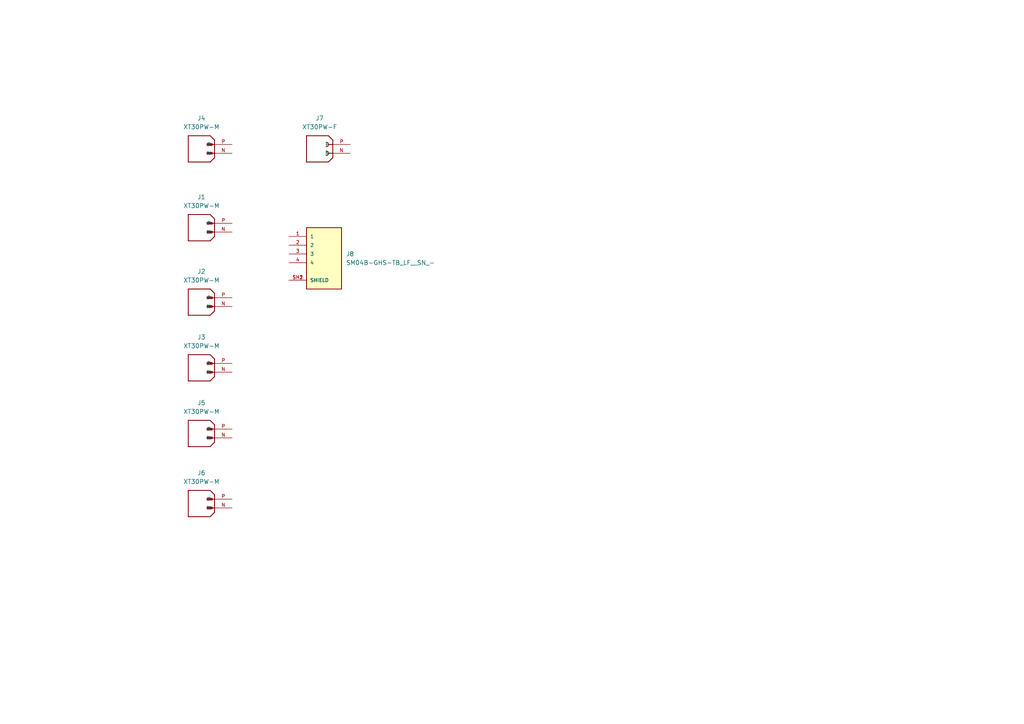
<source format=kicad_sch>
(kicad_sch (version 20231120) (generator "eeschema") (generator_version "8.0")
  (paper "A4")
  (lib_symbols
    (symbol "SM04B-GHS-TB_LF__SN_-:SM04B-GHS-TB_LF__SN_-" (pin_names (offset 1.016))
      (property "Reference" "J" (at -5.0802 7.6203 0))
      (property "Value" "SM04B-GHS-TB_LF__SN_-" (at -5.0859 -12.7147 0))
      (symbol "SM04B-GHS-TB_LF__SN_-_0_0"
        (rectangle (start -5.08 -10.16) (end 5.08 7.62) (stroke (width 0.254)) (fill (type background)))
        (pin passive line (at -10.16 5.08 0) (length 5.08) (name "1") (number "1"))
        (pin passive line (at -10.16 2.54 0) (length 5.08) (name "2") (number "2"))
        (pin passive line (at -10.16 0 0) (length 5.08) (name "3") (number "3"))
        (pin passive line (at -10.16 -2.54 0) (length 5.08) (name "4") (number "4"))
        (pin power_in line (at -10.16 -7.62 0) (length 5.08) (name "SHIELD") (number "SH1"))
        (pin power_in line (at -10.16 -7.62 0) (length 5.08) (name "SHIELD") (number "SH2"))
      )
    )
    (symbol "XT30PW-F:XT30PW-F" (pin_names (offset 1.016))
      (property "Reference" "J" (at -7.62 3.81 0))
      (property "Value" "XT30PW-F" (at -7.62 -7.62 0))
      (symbol "XT30PW-F_0_0"
        (arc (start -1.905 -3.175) (mid -1.2727 -2.54) (end -1.905 -1.905) (stroke (width 0.254)))
        (arc (start -1.905 -0.635) (mid -1.2727 0) (end -1.905 0.635) (stroke (width 0.254)))
        (polyline (pts (xy -7.62 -5.08) (xy -7.62 2.54)) (stroke (width 0.254)))
        (polyline (pts (xy -7.62 2.54) (xy -1.27 2.54)) (stroke (width 0.254)))
        (polyline (pts (xy -1.27 -5.08) (xy -7.62 -5.08)) (stroke (width 0.254)))
        (polyline (pts (xy 0 -3.81) (xy -1.27 -5.08)) (stroke (width 0.254)))
        (polyline (pts (xy 0 -2.54) (xy -1.27 -2.54)) (stroke (width 0.254)))
        (polyline (pts (xy 0 0) (xy -1.27 0)) (stroke (width 0.254)))
        (polyline (pts (xy 0 0) (xy 0 -3.81)) (stroke (width 0.254)))
        (polyline (pts (xy 0 1.27) (xy -1.27 2.54)) (stroke (width 0.254)))
        (polyline (pts (xy 0 1.27) (xy 0 0)) (stroke (width 0.254)))
        (pin power_in line (at 5.08 -2.54 180) (length 5.08) (name "N") (number "N"))
        (pin power_in line (at 5.08 0 180) (length 5.08) (name "P") (number "P"))
      )
    )
    (symbol "XT30PW-M:XT30PW-M" (pin_names (offset 1.016))
      (property "Reference" "J" (at -7.62 3.302 0))
      (property "Value" "XT30PW-M" (at -7.62 -7.62 0))
      (symbol "XT30PW-M_0_0"
        (rectangle (start -2.2225 -2.8575) (end -0.635 -2.2225) (stroke (width 0.1)) (fill (type outline)))
        (rectangle (start -2.2225 -0.3175) (end -0.635 0.3175) (stroke (width 0.1)) (fill (type outline)))
        (polyline (pts (xy -7.62 -5.08) (xy -7.62 2.54)) (stroke (width 0.254)))
        (polyline (pts (xy -7.62 2.54) (xy -1.27 2.54)) (stroke (width 0.254)))
        (polyline (pts (xy -1.27 -5.08) (xy -7.62 -5.08)) (stroke (width 0.254)))
        (polyline (pts (xy 0 -3.81) (xy -1.27 -5.08)) (stroke (width 0.254)))
        (polyline (pts (xy 0 -2.54) (xy -1.905 -2.54)) (stroke (width 0.254)))
        (polyline (pts (xy 0 0) (xy -1.905 0)) (stroke (width 0.254)))
        (polyline (pts (xy 0 0) (xy 0 -3.81)) (stroke (width 0.254)))
        (polyline (pts (xy 0 1.27) (xy -1.27 2.54)) (stroke (width 0.254)))
        (polyline (pts (xy 0 1.27) (xy 0 0)) (stroke (width 0.254)))
        (pin power_in line (at 5.08 -2.54 180) (length 5.08) (name "N") (number "N"))
        (pin power_in line (at 5.08 0 180) (length 5.08) (name "P") (number "P"))
      )
    )
  )
  (symbol (lib_id "XT30PW-M:XT30PW-M") (at 62.23 86.36 0) (unit 1)
    (property "Reference" "J2" (at 58.42 78.74 0))
    (property "Value" "XT30PW-M" (at 58.42 81.28 0))
    (property "Footprint" "XT30PW-M:AMASS_XT30PW-M" (effects (hide yes)))
    (property "MF" "AMASS" (effects (hide yes)))
    (property "MAXIMUM_PACKAGE_HEIGHT" "5 mm" (effects (hide yes)))
    (property "Package" "None" (effects (hide yes)))
    (property "Price" "None" (effects (hide yes)))
    (property "Check_prices" "https://www.snapeda.com/parts/XT30PW-M/AMASS/view-part/?ref=eda" (effects (hide yes)))
    (property "STANDARD" "Manufacturer Recommendations" (effects (hide yes)))
    (property "PARTREV" "1.2" (effects (hide yes)))
    (property "SnapEDA_Link" "https://www.snapeda.com/parts/XT30PW-M/AMASS/view-part/?ref=snap" (effects (hide yes)))
    (property "MP" "XT30PW-M" (effects (hide yes)))
    (property "Description_1" "\nSocket; DC supply; XT30; male; PIN: 2; on PCBs; THT; Colour: yellow\n" (effects (hide yes)))
    (property "MANUFACTURER" "Amass" (effects (hide yes)))
    (property "Availability" "Not in stock" (effects (hide yes)))
    (property "SNAPEDA_PN" "XT30PW-M" (effects (hide yes)))
  )
  (symbol (lib_id "XT30PW-M:XT30PW-M") (at 62.23 64.77 0) (unit 1)
    (property "Reference" "J1" (at 58.42 57.15 0))
    (property "Value" "XT30PW-M" (at 58.42 59.69 0))
    (property "Footprint" "XT30PW-M:AMASS_XT30PW-M" (effects (hide yes)))
    (property "MF" "AMASS" (effects (hide yes)))
    (property "MAXIMUM_PACKAGE_HEIGHT" "5 mm" (effects (hide yes)))
    (property "Package" "None" (effects (hide yes)))
    (property "Price" "None" (effects (hide yes)))
    (property "Check_prices" "https://www.snapeda.com/parts/XT30PW-M/AMASS/view-part/?ref=eda" (effects (hide yes)))
    (property "STANDARD" "Manufacturer Recommendations" (effects (hide yes)))
    (property "PARTREV" "1.2" (effects (hide yes)))
    (property "SnapEDA_Link" "https://www.snapeda.com/parts/XT30PW-M/AMASS/view-part/?ref=snap" (effects (hide yes)))
    (property "MP" "XT30PW-M" (effects (hide yes)))
    (property "Description_1" "\nSocket; DC supply; XT30; male; PIN: 2; on PCBs; THT; Colour: yellow\n" (effects (hide yes)))
    (property "MANUFACTURER" "Amass" (effects (hide yes)))
    (property "Availability" "Not in stock" (effects (hide yes)))
    (property "SNAPEDA_PN" "XT30PW-M" (effects (hide yes)))
  )
  (symbol (lib_id "XT30PW-M:XT30PW-M") (at 62.23 124.46 0) (unit 1)
    (property "Reference" "J5" (at 58.42 116.84 0))
    (property "Value" "XT30PW-M" (at 58.42 119.38 0))
    (property "Footprint" "XT30PW-M:AMASS_XT30PW-M" (effects (hide yes)))
    (property "MF" "AMASS" (effects (hide yes)))
    (property "MAXIMUM_PACKAGE_HEIGHT" "5 mm" (effects (hide yes)))
    (property "Package" "None" (effects (hide yes)))
    (property "Price" "None" (effects (hide yes)))
    (property "Check_prices" "https://www.snapeda.com/parts/XT30PW-M/AMASS/view-part/?ref=eda" (effects (hide yes)))
    (property "STANDARD" "Manufacturer Recommendations" (effects (hide yes)))
    (property "PARTREV" "1.2" (effects (hide yes)))
    (property "SnapEDA_Link" "https://www.snapeda.com/parts/XT30PW-M/AMASS/view-part/?ref=snap" (effects (hide yes)))
    (property "MP" "XT30PW-M" (effects (hide yes)))
    (property "Description_1" "\nSocket; DC supply; XT30; male; PIN: 2; on PCBs; THT; Colour: yellow\n" (effects (hide yes)))
    (property "MANUFACTURER" "Amass" (effects (hide yes)))
    (property "Availability" "Not in stock" (effects (hide yes)))
    (property "SNAPEDA_PN" "XT30PW-M" (effects (hide yes)))
  )
  (symbol (lib_id "XT30PW-M:XT30PW-M") (at 62.23 105.41 0) (unit 1)
    (property "Reference" "J3" (at 58.42 97.79 0))
    (property "Value" "XT30PW-M" (at 58.42 100.33 0))
    (property "Footprint" "XT30PW-M:AMASS_XT30PW-M" (effects (hide yes)))
    (property "MF" "AMASS" (effects (hide yes)))
    (property "MAXIMUM_PACKAGE_HEIGHT" "5 mm" (effects (hide yes)))
    (property "Package" "None" (effects (hide yes)))
    (property "Price" "None" (effects (hide yes)))
    (property "Check_prices" "https://www.snapeda.com/parts/XT30PW-M/AMASS/view-part/?ref=eda" (effects (hide yes)))
    (property "STANDARD" "Manufacturer Recommendations" (effects (hide yes)))
    (property "PARTREV" "1.2" (effects (hide yes)))
    (property "SnapEDA_Link" "https://www.snapeda.com/parts/XT30PW-M/AMASS/view-part/?ref=snap" (effects (hide yes)))
    (property "MP" "XT30PW-M" (effects (hide yes)))
    (property "Description_1" "\nSocket; DC supply; XT30; male; PIN: 2; on PCBs; THT; Colour: yellow\n" (effects (hide yes)))
    (property "MANUFACTURER" "Amass" (effects (hide yes)))
    (property "Availability" "Not in stock" (effects (hide yes)))
    (property "SNAPEDA_PN" "XT30PW-M" (effects (hide yes)))
  )
  (symbol (lib_id "XT30PW-M:XT30PW-M") (at 62.23 41.91 0) (unit 1)
    (property "Reference" "J4" (at 58.42 34.29 0))
    (property "Value" "XT30PW-M" (at 58.42 36.83 0))
    (property "Footprint" "XT30PW-M:AMASS_XT30PW-M" (effects (hide yes)))
    (property "MF" "AMASS" (effects (hide yes)))
    (property "MAXIMUM_PACKAGE_HEIGHT" "5 mm" (effects (hide yes)))
    (property "Package" "None" (effects (hide yes)))
    (property "Price" "None" (effects (hide yes)))
    (property "Check_prices" "https://www.snapeda.com/parts/XT30PW-M/AMASS/view-part/?ref=eda" (effects (hide yes)))
    (property "STANDARD" "Manufacturer Recommendations" (effects (hide yes)))
    (property "PARTREV" "1.2" (effects (hide yes)))
    (property "SnapEDA_Link" "https://www.snapeda.com/parts/XT30PW-M/AMASS/view-part/?ref=snap" (effects (hide yes)))
    (property "MP" "XT30PW-M" (effects (hide yes)))
    (property "Description_1" "\nSocket; DC supply; XT30; male; PIN: 2; on PCBs; THT; Colour: yellow\n" (effects (hide yes)))
    (property "MANUFACTURER" "Amass" (effects (hide yes)))
    (property "Availability" "Not in stock" (effects (hide yes)))
    (property "SNAPEDA_PN" "XT30PW-M" (effects (hide yes)))
  )
  (symbol (lib_id "SM04B-GHS-TB_LF__SN_-:SM04B-GHS-TB_LF__SN_-") (at 93.98 73.66 0) (unit 1)
    (property "Reference" "J8" (at 100.33 73.6599 0) (effects (justify left)))
    (property "Value" "SM04B-GHS-TB_LF__SN_-" (at 100.33 76.1999 0) (effects (justify left)))
    (property "Footprint" "SM04B-GHS-TB_LF__SN_-:JST_SM04B-GHS-TB_LF__SN_-" (effects (hide yes)))
    (property "MF" "JST Sales" (effects (hide yes)))
    (property "Description_1" "\n                        \n                            Connector Header Surface Mount, Right Angle 4 position 0.049 (1.25mm)\n                        \n" (effects (hide yes)))
    (property "Package" "None" (effects (hide yes)))
    (property "Price" "None" (effects (hide yes)))
    (property "Check_prices" "https://www.snapeda.com/parts/SM04B-GHS-TB(LF)(SN)-/JST/view-part/?ref=eda" (effects (hide yes)))
    (property "STANDARD" "Manufacturer Recommendations" (effects (hide yes)))
    (property "PARTREV" "NA" (effects (hide yes)))
    (property "SnapEDA_Link" "https://www.snapeda.com/parts/SM04B-GHS-TB(LF)(SN)-/JST/view-part/?ref=snap" (effects (hide yes)))
    (property "MP" "SM04B-GHS-TB(LF)(SN)-" (effects (hide yes)))
    (property "Availability" "In Stock" (effects (hide yes)))
    (property "MANUFACTURER" "JHS" (effects (hide yes)))
  )
  (symbol (lib_id "XT30PW-M:XT30PW-M") (at 62.23 144.78 0) (unit 1)
    (property "Reference" "J6" (at 58.42 137.16 0))
    (property "Value" "XT30PW-M" (at 58.42 139.7 0))
    (property "Footprint" "XT30PW-M:AMASS_XT30PW-M" (effects (hide yes)))
    (property "MF" "AMASS" (effects (hide yes)))
    (property "MAXIMUM_PACKAGE_HEIGHT" "5 mm" (effects (hide yes)))
    (property "Package" "None" (effects (hide yes)))
    (property "Price" "None" (effects (hide yes)))
    (property "Check_prices" "https://www.snapeda.com/parts/XT30PW-M/AMASS/view-part/?ref=eda" (effects (hide yes)))
    (property "STANDARD" "Manufacturer Recommendations" (effects (hide yes)))
    (property "PARTREV" "1.2" (effects (hide yes)))
    (property "SnapEDA_Link" "https://www.snapeda.com/parts/XT30PW-M/AMASS/view-part/?ref=snap" (effects (hide yes)))
    (property "MP" "XT30PW-M" (effects (hide yes)))
    (property "Description_1" "\nSocket; DC supply; XT30; male; PIN: 2; on PCBs; THT; Colour: yellow\n" (effects (hide yes)))
    (property "MANUFACTURER" "Amass" (effects (hide yes)))
    (property "Availability" "Not in stock" (effects (hide yes)))
    (property "SNAPEDA_PN" "XT30PW-M" (effects (hide yes)))
  )
  (symbol (lib_id "XT30PW-F:XT30PW-F") (at 96.52 41.91 0) (unit 1)
    (property "Reference" "J7" (at 92.71 34.29 0))
    (property "Value" "XT30PW-F" (at 92.71 36.83 0))
    (property "Footprint" "XT30PW-F:AMASS_XT30PW-F" (effects (hide yes)))
    (property "MF" "amass" (effects (hide yes)))
    (property "MAXIMUM_PACKAGE_HEIGHT" "5 mm" (effects (hide yes)))
    (property "Package" "None" (effects (hide yes)))
    (property "Price" "None" (effects (hide yes)))
    (property "Check_prices" "https://www.snapeda.com/parts/XT30PW-F/AMASS/view-part/?ref=eda" (effects (hide yes)))
    (property "STANDARD" "Manufacturer Recommendations" (effects (hide yes)))
    (property "PARTREV" "1.2" (effects (hide yes)))
    (property "SnapEDA_Link" "https://www.snapeda.com/parts/XT30PW-F/AMASS/view-part/?ref=snap" (effects (hide yes)))
    (property "MP" "XT30PW-F" (effects (hide yes)))
    (property "Description_1" "\n                        \n                            Socket; DC supply; XT30; female; PIN: 2; on PCBs; THT; yellow; 15A\n                        \n" (effects (hide yes)))
    (property "MANUFACTURER" "Amass" (effects (hide yes)))
    (property "Availability" "Not in stock" (effects (hide yes)))
    (property "SNAPEDA_PN" "XT30PW-F" (effects (hide yes)))
  )
)
</source>
